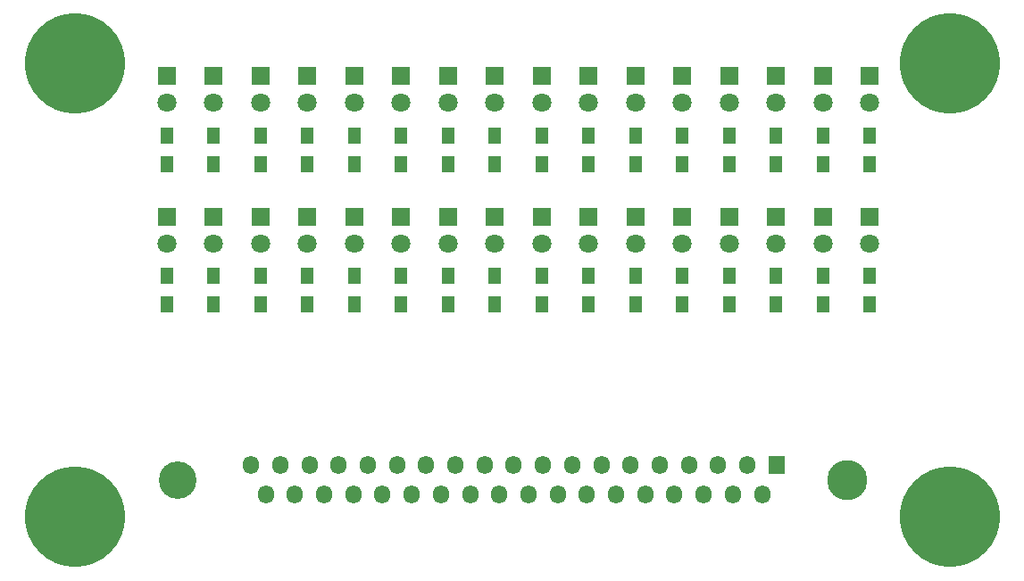
<source format=gbr>
%TF.GenerationSoftware,KiCad,Pcbnew,(6.0.1)*%
%TF.CreationDate,2022-06-22T13:59:59-04:00*%
%TF.ProjectId,LED32-DB37,4c454433-322d-4444-9233-372e6b696361,X1*%
%TF.SameCoordinates,Original*%
%TF.FileFunction,Soldermask,Top*%
%TF.FilePolarity,Negative*%
%FSLAX46Y46*%
G04 Gerber Fmt 4.6, Leading zero omitted, Abs format (unit mm)*
G04 Created by KiCad (PCBNEW (6.0.1)) date 2022-06-22 13:59:59*
%MOMM*%
%LPD*%
G01*
G04 APERTURE LIST*
%ADD10R,1.520000X1.750000*%
%ADD11O,1.520000X1.750000*%
%ADD12C,3.556000*%
%ADD13C,3.810000*%
%ADD14R,1.800000X1.800000*%
%ADD15C,1.800000*%
%ADD16R,1.300000X1.500000*%
%ADD17C,9.525000*%
G04 APERTURE END LIST*
D10*
%TO.C,J1*%
X129563000Y-80048000D03*
D11*
X126793000Y-80048000D03*
X124023000Y-80048000D03*
X121253000Y-80048000D03*
X118493000Y-80048000D03*
X115723000Y-80048000D03*
X112953000Y-80048000D03*
X110183000Y-80048000D03*
X107413000Y-80048000D03*
X104643000Y-80048000D03*
X101873000Y-80048000D03*
X99113000Y-80048000D03*
X96343000Y-80048000D03*
X93573000Y-80048000D03*
X90803000Y-80048000D03*
X88033000Y-80048000D03*
X85263000Y-80048000D03*
X82493000Y-80048000D03*
X79733000Y-80048000D03*
X128193000Y-82888000D03*
X125423000Y-82888000D03*
X122653000Y-82888000D03*
X119883000Y-82888000D03*
X117113000Y-82888000D03*
X114353000Y-82888000D03*
X111583000Y-82888000D03*
X108813000Y-82888000D03*
X106043000Y-82888000D03*
X103273000Y-82888000D03*
X100503000Y-82888000D03*
X97733000Y-82888000D03*
X94973000Y-82888000D03*
X92203000Y-82888000D03*
X89433000Y-82888000D03*
X86663000Y-82888000D03*
X83893000Y-82888000D03*
X81123000Y-82888000D03*
D12*
X72773000Y-81468000D03*
D13*
X136273000Y-81468000D03*
%TD*%
D14*
%TO.C,D23*%
X107315000Y-43180000D03*
D15*
X107315000Y-45720000D03*
%TD*%
D14*
%TO.C,D7*%
X107315000Y-56515000D03*
D15*
X107315000Y-59055000D03*
%TD*%
D14*
%TO.C,D22*%
X111760000Y-43180000D03*
D15*
X111760000Y-45720000D03*
%TD*%
D14*
%TO.C,D6*%
X111760000Y-56515000D03*
D15*
X111760000Y-59055000D03*
%TD*%
D14*
%TO.C,D21*%
X116205000Y-43180000D03*
D15*
X116205000Y-45720000D03*
%TD*%
D14*
%TO.C,D5*%
X116205000Y-56515000D03*
D15*
X116205000Y-59055000D03*
%TD*%
D14*
%TO.C,D20*%
X120650000Y-43180000D03*
D15*
X120650000Y-45720000D03*
%TD*%
D14*
%TO.C,D4*%
X120650000Y-56515000D03*
D15*
X120650000Y-59055000D03*
%TD*%
D14*
%TO.C,D19*%
X125095000Y-43180000D03*
D15*
X125095000Y-45720000D03*
%TD*%
D14*
%TO.C,D3*%
X125095000Y-56515000D03*
D15*
X125095000Y-59055000D03*
%TD*%
D14*
%TO.C,D18*%
X129540000Y-43180000D03*
D15*
X129540000Y-45720000D03*
%TD*%
D14*
%TO.C,D2*%
X129540000Y-56515000D03*
D15*
X129540000Y-59055000D03*
%TD*%
D14*
%TO.C,D17*%
X133985000Y-43180000D03*
D15*
X133985000Y-45720000D03*
%TD*%
D14*
%TO.C,D1*%
X133985000Y-56515000D03*
D15*
X133985000Y-59055000D03*
%TD*%
D14*
%TO.C,D16*%
X138430000Y-43180000D03*
D15*
X138430000Y-45720000D03*
%TD*%
D14*
%TO.C,D0*%
X138430000Y-56515000D03*
D15*
X138430000Y-59055000D03*
%TD*%
D16*
%TO.C,R1*%
X71755000Y-48815000D03*
X71755000Y-51515000D03*
%TD*%
%TO.C,R2*%
X71755000Y-62150000D03*
X71755000Y-64850000D03*
%TD*%
%TO.C,R3*%
X76200000Y-48815000D03*
X76200000Y-51515000D03*
%TD*%
%TO.C,R4*%
X76200000Y-62150000D03*
X76200000Y-64850000D03*
%TD*%
%TO.C,R5*%
X80645000Y-48815000D03*
X80645000Y-51515000D03*
%TD*%
%TO.C,R6*%
X80645000Y-62150000D03*
X80645000Y-64850000D03*
%TD*%
%TO.C,R7*%
X85090000Y-48815000D03*
X85090000Y-51515000D03*
%TD*%
%TO.C,R8*%
X85090000Y-62150000D03*
X85090000Y-64850000D03*
%TD*%
%TO.C,R9*%
X89535000Y-48815000D03*
X89535000Y-51515000D03*
%TD*%
%TO.C,R10*%
X89535000Y-62150000D03*
X89535000Y-64850000D03*
%TD*%
%TO.C,R11*%
X93980000Y-48815000D03*
X93980000Y-51515000D03*
%TD*%
%TO.C,R12*%
X93980000Y-62150000D03*
X93980000Y-64850000D03*
%TD*%
%TO.C,R13*%
X98425000Y-48815000D03*
X98425000Y-51515000D03*
%TD*%
%TO.C,R14*%
X98425000Y-62150000D03*
X98425000Y-64850000D03*
%TD*%
%TO.C,R15*%
X102870000Y-48815000D03*
X102870000Y-51515000D03*
%TD*%
%TO.C,R16*%
X102870000Y-62150000D03*
X102870000Y-64850000D03*
%TD*%
%TO.C,R17*%
X107315000Y-48815000D03*
X107315000Y-51515000D03*
%TD*%
%TO.C,R18*%
X107315000Y-62150000D03*
X107315000Y-64850000D03*
%TD*%
%TO.C,R19*%
X111760000Y-48815000D03*
X111760000Y-51515000D03*
%TD*%
%TO.C,R20*%
X111760000Y-62150000D03*
X111760000Y-64850000D03*
%TD*%
%TO.C,R21*%
X116205000Y-48815000D03*
X116205000Y-51515000D03*
%TD*%
%TO.C,R22*%
X116205000Y-62150000D03*
X116205000Y-64850000D03*
%TD*%
%TO.C,R23*%
X120650000Y-48815000D03*
X120650000Y-51515000D03*
%TD*%
%TO.C,R24*%
X120650000Y-62150000D03*
X120650000Y-64850000D03*
%TD*%
%TO.C,R25*%
X125095000Y-48815000D03*
X125095000Y-51515000D03*
%TD*%
%TO.C,R26*%
X125095000Y-62150000D03*
X125095000Y-64850000D03*
%TD*%
%TO.C,R27*%
X129540000Y-48815000D03*
X129540000Y-51515000D03*
%TD*%
%TO.C,R28*%
X129540000Y-62150000D03*
X129540000Y-64850000D03*
%TD*%
%TO.C,R29*%
X133985000Y-48815000D03*
X133985000Y-51515000D03*
%TD*%
%TO.C,R30*%
X133985000Y-62150000D03*
X133985000Y-64850000D03*
%TD*%
%TO.C,R31*%
X138430000Y-48815000D03*
X138430000Y-51515000D03*
%TD*%
%TO.C,R32*%
X138430000Y-62150000D03*
X138430000Y-64850000D03*
%TD*%
D14*
%TO.C,D31*%
X71755000Y-43180000D03*
D15*
X71755000Y-45720000D03*
%TD*%
D14*
%TO.C,D15*%
X71755000Y-56515000D03*
D15*
X71755000Y-59055000D03*
%TD*%
D14*
%TO.C,D30*%
X76200000Y-43180000D03*
D15*
X76200000Y-45720000D03*
%TD*%
D14*
%TO.C,D14*%
X76200000Y-56515000D03*
D15*
X76200000Y-59055000D03*
%TD*%
D14*
%TO.C,D29*%
X80645000Y-43180000D03*
D15*
X80645000Y-45720000D03*
%TD*%
D14*
%TO.C,D13*%
X80645000Y-56515000D03*
D15*
X80645000Y-59055000D03*
%TD*%
D14*
%TO.C,D28*%
X85090000Y-43180000D03*
D15*
X85090000Y-45720000D03*
%TD*%
D14*
%TO.C,D12*%
X85090000Y-56515000D03*
D15*
X85090000Y-59055000D03*
%TD*%
D14*
%TO.C,D27*%
X89535000Y-43180000D03*
D15*
X89535000Y-45720000D03*
%TD*%
D14*
%TO.C,D11*%
X89535000Y-56515000D03*
D15*
X89535000Y-59055000D03*
%TD*%
D14*
%TO.C,D26*%
X93980000Y-43180000D03*
D15*
X93980000Y-45720000D03*
%TD*%
D14*
%TO.C,D10*%
X93980000Y-56515000D03*
D15*
X93980000Y-59055000D03*
%TD*%
D14*
%TO.C,D25*%
X98425000Y-43180000D03*
D15*
X98425000Y-45720000D03*
%TD*%
D14*
%TO.C,D9*%
X98425000Y-56515000D03*
D15*
X98425000Y-59055000D03*
%TD*%
D14*
%TO.C,D24*%
X102870000Y-43180000D03*
D15*
X102870000Y-45720000D03*
%TD*%
D14*
%TO.C,D8*%
X102870000Y-56515000D03*
D15*
X102870000Y-59055000D03*
%TD*%
D17*
%TO.C,MTG1*%
X63000000Y-42000000D03*
%TD*%
%TO.C,MTG2*%
X146000000Y-42000000D03*
%TD*%
%TO.C,MTG3*%
X63000000Y-85000000D03*
%TD*%
%TO.C,MTG4*%
X146000000Y-85000000D03*
%TD*%
M02*

</source>
